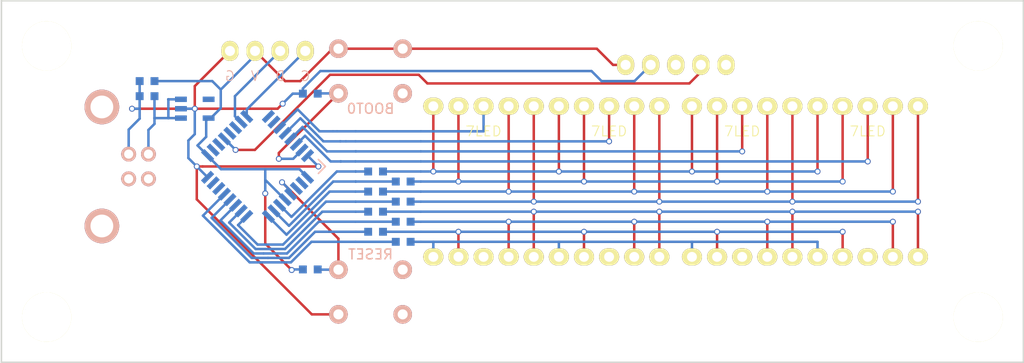
<source format=kicad_pcb>
(kicad_pcb (version 4) (host pcbnew 4.0.7-e2-6376~58~ubuntu16.04.1)

  (general
    (links 0)
    (no_connects 0)
    (area 67.075221 74.958999 142.719001 93.189001)
    (thickness 1.6)
    (drawings 8)
    (tracks 319)
    (zones 0)
    (modules 27)
    (nets 1)
  )

  (page A4)
  (layers
    (0 F.Cu signal)
    (31 B.Cu signal)
    (32 B.Adhes user)
    (33 F.Adhes user)
    (34 B.Paste user)
    (35 F.Paste user)
    (36 B.SilkS user)
    (37 F.SilkS user)
    (38 B.Mask user)
    (39 F.Mask user)
    (40 Dwgs.User user)
    (41 Cmts.User user)
    (42 Eco1.User user)
    (43 Eco2.User user)
    (44 Edge.Cuts user)
    (45 Margin user)
    (46 B.CrtYd user)
    (47 F.CrtYd user)
    (48 B.Fab user)
    (49 F.Fab user)
  )

  (setup
    (last_trace_width 0.25)
    (trace_clearance 0.2)
    (zone_clearance 0.508)
    (zone_45_only no)
    (trace_min 0.2)
    (segment_width 0.2)
    (edge_width 0.15)
    (via_size 0.6)
    (via_drill 0.4)
    (via_min_size 0.4)
    (via_min_drill 0.3)
    (uvia_size 0.3)
    (uvia_drill 0.1)
    (uvias_allowed no)
    (uvia_min_size 0.2)
    (uvia_min_drill 0.1)
    (pcb_text_width 0.3)
    (pcb_text_size 1.5 1.5)
    (mod_edge_width 0.15)
    (mod_text_size 1 1)
    (mod_text_width 0.15)
    (pad_size 1.524 1.524)
    (pad_drill 0.762)
    (pad_to_mask_clearance 0.2)
    (aux_axis_origin 0 0)
    (visible_elements FFFFFF7F)
    (pcbplotparams
      (layerselection 0x00030_80000001)
      (usegerberextensions false)
      (excludeedgelayer true)
      (linewidth 0.100000)
      (plotframeref false)
      (viasonmask false)
      (mode 1)
      (useauxorigin false)
      (hpglpennumber 1)
      (hpglpenspeed 20)
      (hpglpendiameter 15)
      (hpglpenoverlay 2)
      (psnegative false)
      (psa4output false)
      (plotreference true)
      (plotvalue true)
      (plotinvisibletext false)
      (padsonsilk false)
      (subtractmaskfromsilk false)
      (outputformat 1)
      (mirror false)
      (drillshape 1)
      (scaleselection 1)
      (outputdirectory ""))
  )

  (net 0 "")

  (net_class Default "This is the default net class."
    (clearance 0.2)
    (trace_width 0.25)
    (via_dia 0.6)
    (via_drill 0.4)
    (uvia_dia 0.3)
    (uvia_drill 0.1)
  )

  (module 00my_modules:SevenSegmentLed (layer F.Cu) (tedit 0) (tstamp 5AE5DDFC)
    (at 92.202 76.454)
    (descr "seven segment led")
    (tags led)
    (fp_text reference 7LED (at 5.08 2.54) (layer F.SilkS)
      (effects (font (size 1 1) (thickness 0.1)))
    )
    (fp_text value "" (at 10.16 12.7) (layer F.Fab)
      (effects (font (size 0.5 0.5) (thickness 0.01)))
    )
    (fp_line (start -1.27 -1.27) (end -1.27 16.51) (layer F.CrtYd) (width 0.05))
    (fp_line (start 11.43 -1.27) (end 11.43 16.51) (layer F.CrtYd) (width 0.05))
    (fp_line (start -1.27 -1.27) (end 11.43 -1.27) (layer F.CrtYd) (width 0.05))
    (fp_line (start -1.27 16.51) (end 11.43 16.51) (layer F.CrtYd) (width 0.05))
    (pad 10 thru_hole oval (at 0 0) (size 2.032 1.7272) (drill 1) (layers *.Cu *.Mask F.SilkS))
    (pad 9 thru_hole oval (at 2.54 0) (size 2.032 1.7272) (drill 1) (layers *.Cu *.Mask F.SilkS))
    (pad 8 thru_hole oval (at 5.08 0) (size 2.032 1.7272) (drill 1) (layers *.Cu *.Mask F.SilkS))
    (pad 7 thru_hole oval (at 7.62 0) (size 2.032 1.7272) (drill 1) (layers *.Cu *.Mask F.SilkS))
    (pad 6 thru_hole oval (at 10.16 0) (size 2.032 1.7272) (drill 1) (layers *.Cu *.Mask F.SilkS))
    (pad 1 thru_hole oval (at 0 15.24) (size 2.032 1.7272) (drill 1) (layers *.Cu *.Mask F.SilkS))
    (pad 2 thru_hole oval (at 2.54 15.24) (size 2.032 1.7272) (drill 1) (layers *.Cu *.Mask F.SilkS))
    (pad 3 thru_hole oval (at 5.08 15.24) (size 2.032 1.7272) (drill 1) (layers *.Cu *.Mask F.SilkS))
    (pad 4 thru_hole oval (at 7.62 15.24) (size 2.032 1.7272) (drill 1) (layers *.Cu *.Mask F.SilkS))
    (pad 5 thru_hole oval (at 10.16 15.24) (size 2.032 1.7272) (drill 1) (layers *.Cu *.Mask F.SilkS))
  )

  (module 00my_modules:SevenSegmentLed (layer F.Cu) (tedit 0) (tstamp 5AE5DE1F)
    (at 104.902 76.454)
    (descr "seven segment led")
    (tags led)
    (fp_text reference 7LED (at 5.08 2.54) (layer F.SilkS)
      (effects (font (size 1 1) (thickness 0.1)))
    )
    (fp_text value "" (at 10.16 12.7) (layer F.Fab)
      (effects (font (size 0.5 0.5) (thickness 0.01)))
    )
    (fp_line (start -1.27 -1.27) (end -1.27 16.51) (layer F.CrtYd) (width 0.05))
    (fp_line (start 11.43 -1.27) (end 11.43 16.51) (layer F.CrtYd) (width 0.05))
    (fp_line (start -1.27 -1.27) (end 11.43 -1.27) (layer F.CrtYd) (width 0.05))
    (fp_line (start -1.27 16.51) (end 11.43 16.51) (layer F.CrtYd) (width 0.05))
    (pad 10 thru_hole oval (at 0 0) (size 2.032 1.7272) (drill 1) (layers *.Cu *.Mask F.SilkS))
    (pad 9 thru_hole oval (at 2.54 0) (size 2.032 1.7272) (drill 1) (layers *.Cu *.Mask F.SilkS))
    (pad 8 thru_hole oval (at 5.08 0) (size 2.032 1.7272) (drill 1) (layers *.Cu *.Mask F.SilkS))
    (pad 7 thru_hole oval (at 7.62 0) (size 2.032 1.7272) (drill 1) (layers *.Cu *.Mask F.SilkS))
    (pad 6 thru_hole oval (at 10.16 0) (size 2.032 1.7272) (drill 1) (layers *.Cu *.Mask F.SilkS))
    (pad 1 thru_hole oval (at 0 15.24) (size 2.032 1.7272) (drill 1) (layers *.Cu *.Mask F.SilkS))
    (pad 2 thru_hole oval (at 2.54 15.24) (size 2.032 1.7272) (drill 1) (layers *.Cu *.Mask F.SilkS))
    (pad 3 thru_hole oval (at 5.08 15.24) (size 2.032 1.7272) (drill 1) (layers *.Cu *.Mask F.SilkS))
    (pad 4 thru_hole oval (at 7.62 15.24) (size 2.032 1.7272) (drill 1) (layers *.Cu *.Mask F.SilkS))
    (pad 5 thru_hole oval (at 10.16 15.24) (size 2.032 1.7272) (drill 1) (layers *.Cu *.Mask F.SilkS))
  )

  (module 00my_modules:SevenSegmentLed (layer F.Cu) (tedit 0) (tstamp 5AE5DE42)
    (at 118.364 76.454)
    (descr "seven segment led")
    (tags led)
    (fp_text reference 7LED (at 5.08 2.54) (layer F.SilkS)
      (effects (font (size 1 1) (thickness 0.1)))
    )
    (fp_text value "" (at 10.16 12.7) (layer F.Fab)
      (effects (font (size 0.5 0.5) (thickness 0.01)))
    )
    (fp_line (start -1.27 -1.27) (end -1.27 16.51) (layer F.CrtYd) (width 0.05))
    (fp_line (start 11.43 -1.27) (end 11.43 16.51) (layer F.CrtYd) (width 0.05))
    (fp_line (start -1.27 -1.27) (end 11.43 -1.27) (layer F.CrtYd) (width 0.05))
    (fp_line (start -1.27 16.51) (end 11.43 16.51) (layer F.CrtYd) (width 0.05))
    (pad 10 thru_hole oval (at 0 0) (size 2.032 1.7272) (drill 1) (layers *.Cu *.Mask F.SilkS))
    (pad 9 thru_hole oval (at 2.54 0) (size 2.032 1.7272) (drill 1) (layers *.Cu *.Mask F.SilkS))
    (pad 8 thru_hole oval (at 5.08 0) (size 2.032 1.7272) (drill 1) (layers *.Cu *.Mask F.SilkS))
    (pad 7 thru_hole oval (at 7.62 0) (size 2.032 1.7272) (drill 1) (layers *.Cu *.Mask F.SilkS))
    (pad 6 thru_hole oval (at 10.16 0) (size 2.032 1.7272) (drill 1) (layers *.Cu *.Mask F.SilkS))
    (pad 1 thru_hole oval (at 0 15.24) (size 2.032 1.7272) (drill 1) (layers *.Cu *.Mask F.SilkS))
    (pad 2 thru_hole oval (at 2.54 15.24) (size 2.032 1.7272) (drill 1) (layers *.Cu *.Mask F.SilkS))
    (pad 3 thru_hole oval (at 5.08 15.24) (size 2.032 1.7272) (drill 1) (layers *.Cu *.Mask F.SilkS))
    (pad 4 thru_hole oval (at 7.62 15.24) (size 2.032 1.7272) (drill 1) (layers *.Cu *.Mask F.SilkS))
    (pad 5 thru_hole oval (at 10.16 15.24) (size 2.032 1.7272) (drill 1) (layers *.Cu *.Mask F.SilkS))
  )

  (module 00my_modules:SevenSegmentLed (layer F.Cu) (tedit 0) (tstamp 5AE5DE77)
    (at 131.064 76.454)
    (descr "seven segment led")
    (tags led)
    (fp_text reference 7LED (at 5.08 2.54) (layer F.SilkS)
      (effects (font (size 1 1) (thickness 0.1)))
    )
    (fp_text value "" (at 10.16 12.7) (layer F.Fab)
      (effects (font (size 0.5 0.5) (thickness 0.01)))
    )
    (fp_line (start -1.27 -1.27) (end -1.27 16.51) (layer F.CrtYd) (width 0.05))
    (fp_line (start 11.43 -1.27) (end 11.43 16.51) (layer F.CrtYd) (width 0.05))
    (fp_line (start -1.27 -1.27) (end 11.43 -1.27) (layer F.CrtYd) (width 0.05))
    (fp_line (start -1.27 16.51) (end 11.43 16.51) (layer F.CrtYd) (width 0.05))
    (pad 10 thru_hole oval (at 0 0) (size 2.032 1.7272) (drill 1) (layers *.Cu *.Mask F.SilkS))
    (pad 9 thru_hole oval (at 2.54 0) (size 2.032 1.7272) (drill 1) (layers *.Cu *.Mask F.SilkS))
    (pad 8 thru_hole oval (at 5.08 0) (size 2.032 1.7272) (drill 1) (layers *.Cu *.Mask F.SilkS))
    (pad 7 thru_hole oval (at 7.62 0) (size 2.032 1.7272) (drill 1) (layers *.Cu *.Mask F.SilkS))
    (pad 6 thru_hole oval (at 10.16 0) (size 2.032 1.7272) (drill 1) (layers *.Cu *.Mask F.SilkS))
    (pad 1 thru_hole oval (at 0 15.24) (size 2.032 1.7272) (drill 1) (layers *.Cu *.Mask F.SilkS))
    (pad 2 thru_hole oval (at 2.54 15.24) (size 2.032 1.7272) (drill 1) (layers *.Cu *.Mask F.SilkS))
    (pad 3 thru_hole oval (at 5.08 15.24) (size 2.032 1.7272) (drill 1) (layers *.Cu *.Mask F.SilkS))
    (pad 4 thru_hole oval (at 7.62 15.24) (size 2.032 1.7272) (drill 1) (layers *.Cu *.Mask F.SilkS))
    (pad 5 thru_hole oval (at 10.16 15.24) (size 2.032 1.7272) (drill 1) (layers *.Cu *.Mask F.SilkS))
  )

  (module 00my_modules:R_0603 (layer B.Cu) (tedit 5415CC62) (tstamp 5AE5DF6D)
    (at 89.154 90.17)
    (descr R0603)
    (tags "resistor capacitor led 0603")
    (attr smd)
    (fp_text reference "" (at 0 0) (layer B.SilkS)
      (effects (font (size 0.5 0.5) (thickness 0.1)) (justify mirror))
    )
    (fp_text value R (at 0 0) (layer B.Fab)
      (effects (font (size 0.5 0.5) (thickness 0.01)) (justify mirror))
    )
    (fp_line (start -1.2 0.45) (end 1.2 0.45) (layer B.CrtYd) (width 0.01))
    (fp_line (start -1.2 -0.45) (end 1.2 -0.45) (layer B.CrtYd) (width 0.01))
    (fp_line (start -1.2 0.45) (end -1.2 -0.45) (layer B.CrtYd) (width 0.01))
    (fp_line (start 1.2 0.45) (end 1.2 -0.45) (layer B.CrtYd) (width 0.01))
    (pad 1 smd rect (at -0.75 0) (size 0.8 0.8) (layers B.Cu B.Paste B.Mask))
    (pad 2 smd rect (at 0.75 0) (size 0.8 0.8) (layers B.Cu B.Paste B.Mask))
  )

  (module 00my_modules:R_0603 (layer B.Cu) (tedit 5415CC62) (tstamp 5AE5DF80)
    (at 86.36 89.154)
    (descr R0603)
    (tags "resistor capacitor led 0603")
    (attr smd)
    (fp_text reference "" (at 0 0) (layer B.SilkS)
      (effects (font (size 0.5 0.5) (thickness 0.1)) (justify mirror))
    )
    (fp_text value R (at 0 0) (layer B.Fab)
      (effects (font (size 0.5 0.5) (thickness 0.01)) (justify mirror))
    )
    (fp_line (start -1.2 0.45) (end 1.2 0.45) (layer B.CrtYd) (width 0.01))
    (fp_line (start -1.2 -0.45) (end 1.2 -0.45) (layer B.CrtYd) (width 0.01))
    (fp_line (start -1.2 0.45) (end -1.2 -0.45) (layer B.CrtYd) (width 0.01))
    (fp_line (start 1.2 0.45) (end 1.2 -0.45) (layer B.CrtYd) (width 0.01))
    (pad 1 smd rect (at -0.75 0) (size 0.8 0.8) (layers B.Cu B.Paste B.Mask))
    (pad 2 smd rect (at 0.75 0) (size 0.8 0.8) (layers B.Cu B.Paste B.Mask))
  )

  (module 00my_modules:R_0603 (layer B.Cu) (tedit 5415CC62) (tstamp 5AE5DF93)
    (at 89.154 88.138)
    (descr R0603)
    (tags "resistor capacitor led 0603")
    (attr smd)
    (fp_text reference "" (at 0 0) (layer B.SilkS)
      (effects (font (size 0.5 0.5) (thickness 0.1)) (justify mirror))
    )
    (fp_text value R (at 0 0) (layer B.Fab)
      (effects (font (size 0.5 0.5) (thickness 0.01)) (justify mirror))
    )
    (fp_line (start -1.2 0.45) (end 1.2 0.45) (layer B.CrtYd) (width 0.01))
    (fp_line (start -1.2 -0.45) (end 1.2 -0.45) (layer B.CrtYd) (width 0.01))
    (fp_line (start -1.2 0.45) (end -1.2 -0.45) (layer B.CrtYd) (width 0.01))
    (fp_line (start 1.2 0.45) (end 1.2 -0.45) (layer B.CrtYd) (width 0.01))
    (pad 1 smd rect (at -0.75 0) (size 0.8 0.8) (layers B.Cu B.Paste B.Mask))
    (pad 2 smd rect (at 0.75 0) (size 0.8 0.8) (layers B.Cu B.Paste B.Mask))
  )

  (module 00my_modules:R_0603 (layer B.Cu) (tedit 5415CC62) (tstamp 5AE5DFA6)
    (at 86.36 87.122)
    (descr R0603)
    (tags "resistor capacitor led 0603")
    (attr smd)
    (fp_text reference "" (at 0 0) (layer B.SilkS)
      (effects (font (size 0.5 0.5) (thickness 0.1)) (justify mirror))
    )
    (fp_text value R (at 0 0) (layer B.Fab)
      (effects (font (size 0.5 0.5) (thickness 0.01)) (justify mirror))
    )
    (fp_line (start -1.2 0.45) (end 1.2 0.45) (layer B.CrtYd) (width 0.01))
    (fp_line (start -1.2 -0.45) (end 1.2 -0.45) (layer B.CrtYd) (width 0.01))
    (fp_line (start -1.2 0.45) (end -1.2 -0.45) (layer B.CrtYd) (width 0.01))
    (fp_line (start 1.2 0.45) (end 1.2 -0.45) (layer B.CrtYd) (width 0.01))
    (pad 1 smd rect (at -0.75 0) (size 0.8 0.8) (layers B.Cu B.Paste B.Mask))
    (pad 2 smd rect (at 0.75 0) (size 0.8 0.8) (layers B.Cu B.Paste B.Mask))
  )

  (module 00my_modules:R_0603 (layer B.Cu) (tedit 5415CC62) (tstamp 5AE5DFB9)
    (at 89.154 86.106)
    (descr R0603)
    (tags "resistor capacitor led 0603")
    (attr smd)
    (fp_text reference "" (at 0 0) (layer B.SilkS)
      (effects (font (size 0.5 0.5) (thickness 0.1)) (justify mirror))
    )
    (fp_text value R (at 0 0) (layer B.Fab)
      (effects (font (size 0.5 0.5) (thickness 0.01)) (justify mirror))
    )
    (fp_line (start -1.2 0.45) (end 1.2 0.45) (layer B.CrtYd) (width 0.01))
    (fp_line (start -1.2 -0.45) (end 1.2 -0.45) (layer B.CrtYd) (width 0.01))
    (fp_line (start -1.2 0.45) (end -1.2 -0.45) (layer B.CrtYd) (width 0.01))
    (fp_line (start 1.2 0.45) (end 1.2 -0.45) (layer B.CrtYd) (width 0.01))
    (pad 1 smd rect (at -0.75 0) (size 0.8 0.8) (layers B.Cu B.Paste B.Mask))
    (pad 2 smd rect (at 0.75 0) (size 0.8 0.8) (layers B.Cu B.Paste B.Mask))
  )

  (module 00my_modules:R_0603 (layer B.Cu) (tedit 5415CC62) (tstamp 5AE5DFCC)
    (at 86.36 85.09)
    (descr R0603)
    (tags "resistor capacitor led 0603")
    (attr smd)
    (fp_text reference "" (at 0 0) (layer B.SilkS)
      (effects (font (size 0.5 0.5) (thickness 0.1)) (justify mirror))
    )
    (fp_text value R (at 0 0) (layer B.Fab)
      (effects (font (size 0.5 0.5) (thickness 0.01)) (justify mirror))
    )
    (fp_line (start -1.2 0.45) (end 1.2 0.45) (layer B.CrtYd) (width 0.01))
    (fp_line (start -1.2 -0.45) (end 1.2 -0.45) (layer B.CrtYd) (width 0.01))
    (fp_line (start -1.2 0.45) (end -1.2 -0.45) (layer B.CrtYd) (width 0.01))
    (fp_line (start 1.2 0.45) (end 1.2 -0.45) (layer B.CrtYd) (width 0.01))
    (pad 1 smd rect (at -0.75 0) (size 0.8 0.8) (layers B.Cu B.Paste B.Mask))
    (pad 2 smd rect (at 0.75 0) (size 0.8 0.8) (layers B.Cu B.Paste B.Mask))
  )

  (module 00my_modules:R_0603 (layer B.Cu) (tedit 5415CC62) (tstamp 5AE5DFDF)
    (at 89.154 84.074)
    (descr R0603)
    (tags "resistor capacitor led 0603")
    (attr smd)
    (fp_text reference "" (at 0 0) (layer B.SilkS)
      (effects (font (size 0.5 0.5) (thickness 0.1)) (justify mirror))
    )
    (fp_text value R (at 0 0) (layer B.Fab)
      (effects (font (size 0.5 0.5) (thickness 0.01)) (justify mirror))
    )
    (fp_line (start -1.2 0.45) (end 1.2 0.45) (layer B.CrtYd) (width 0.01))
    (fp_line (start -1.2 -0.45) (end 1.2 -0.45) (layer B.CrtYd) (width 0.01))
    (fp_line (start -1.2 0.45) (end -1.2 -0.45) (layer B.CrtYd) (width 0.01))
    (fp_line (start 1.2 0.45) (end 1.2 -0.45) (layer B.CrtYd) (width 0.01))
    (pad 1 smd rect (at -0.75 0) (size 0.8 0.8) (layers B.Cu B.Paste B.Mask))
    (pad 2 smd rect (at 0.75 0) (size 0.8 0.8) (layers B.Cu B.Paste B.Mask))
  )

  (module 00my_modules:R_0603 (layer B.Cu) (tedit 5415CC62) (tstamp 5AE5DFF3)
    (at 86.36 83.058)
    (descr R0603)
    (tags "resistor capacitor led 0603")
    (attr smd)
    (fp_text reference "" (at 0 0) (layer B.SilkS)
      (effects (font (size 0.5 0.5) (thickness 0.1)) (justify mirror))
    )
    (fp_text value R (at 0 0) (layer B.Fab)
      (effects (font (size 0.5 0.5) (thickness 0.01)) (justify mirror))
    )
    (fp_line (start -1.2 0.45) (end 1.2 0.45) (layer B.CrtYd) (width 0.01))
    (fp_line (start -1.2 -0.45) (end 1.2 -0.45) (layer B.CrtYd) (width 0.01))
    (fp_line (start -1.2 0.45) (end -1.2 -0.45) (layer B.CrtYd) (width 0.01))
    (fp_line (start 1.2 0.45) (end 1.2 -0.45) (layer B.CrtYd) (width 0.01))
    (pad 1 smd rect (at -0.75 0) (size 0.8 0.8) (layers B.Cu B.Paste B.Mask))
    (pad 2 smd rect (at 0.75 0) (size 0.8 0.8) (layers B.Cu B.Paste B.Mask))
  )

  (module my_modules:STM32_LQFP32 (layer B.Cu) (tedit 54130A77) (tstamp 5AE65C8D)
    (at 74.422 82.55 135)
    (descr LQFP-32)
    (tags "smd lqfp")
    (attr smd)
    (fp_text reference "" (at 0 4.3 135) (layer B.SilkS)
      (effects (font (size 1 1) (thickness 0.15)) (justify mirror))
    )
    (fp_text value "" (at -1.5 3 135) (layer B.Fab)
      (effects (font (size 0.5 0.5) (thickness 0.01)) (justify mirror))
    )
    (fp_text user LQFP32 (at 0 0 135) (layer B.Fab)
      (effects (font (size 0.8 0.8) (thickness 0.1)) (justify mirror))
    )
    (fp_line (start -5.05 5.05) (end 5.05 5.05) (layer B.CrtYd) (width 0.01))
    (fp_line (start 5.05 5.05) (end 5.05 -5.05) (layer B.CrtYd) (width 0.01))
    (fp_line (start 5.05 -5.05) (end -5.05 -5.05) (layer B.CrtYd) (width 0.01))
    (fp_line (start -5.05 -5.05) (end -5.05 5.05) (layer B.CrtYd) (width 0.01))
    (fp_line (start -4.85 4.85) (end -4.85 3.85) (layer B.SilkS) (width 0.15))
    (fp_line (start -4.85 4.85) (end -3.85 4.85) (layer B.SilkS) (width 0.15))
    (fp_line (start -3.65 3.65) (end 3.65 3.65) (layer B.Fab) (width 0.01))
    (fp_line (start 3.65 3.65) (end 3.65 -3.65) (layer B.Fab) (width 0.01))
    (fp_line (start 3.65 -3.65) (end -3.65 -3.65) (layer B.Fab) (width 0.01))
    (fp_line (start -3.65 -3.65) (end -3.65 3.65) (layer B.Fab) (width 0.01))
    (pad 3.3 smd rect (at -4.35 2.8 135) (size 1.4 0.5) (layers B.Cu B.Paste B.Mask))
    (pad PF0 smd rect (at -4.35 2 135) (size 1.4 0.5) (layers B.Cu B.Paste B.Mask))
    (pad PF1 smd rect (at -4.35 1.2 135) (size 1.4 0.5) (layers B.Cu B.Paste B.Mask))
    (pad RST smd rect (at -4.35 0.4 135) (size 1.4 0.5) (layers B.Cu B.Paste B.Mask))
    (pad 3.3 smd rect (at -4.35 -0.4 135) (size 1.4 0.5) (layers B.Cu B.Paste B.Mask))
    (pad PA0 smd rect (at -4.35 -1.2 135) (size 1.4 0.5) (layers B.Cu B.Paste B.Mask))
    (pad PA1 smd rect (at -4.35 -2 135) (size 1.4 0.5) (layers B.Cu B.Paste B.Mask))
    (pad PA2 smd rect (at -4.35 -2.8 135) (size 1.4 0.5) (layers B.Cu B.Paste B.Mask))
    (pad PA3 smd rect (at -2.8 -4.35 45) (size 1.4 0.5) (layers B.Cu B.Paste B.Mask))
    (pad PA4 smd rect (at -2 -4.35 45) (size 1.4 0.5) (layers B.Cu B.Paste B.Mask))
    (pad PA5 smd rect (at -1.2 -4.35 45) (size 1.4 0.5) (layers B.Cu B.Paste B.Mask))
    (pad PA6 smd rect (at -0.4 -4.35 45) (size 1.4 0.5) (layers B.Cu B.Paste B.Mask))
    (pad PA7 smd rect (at 0.4 -4.35 45) (size 1.4 0.5) (layers B.Cu B.Paste B.Mask))
    (pad PB0 smd rect (at 1.2 -4.35 45) (size 1.4 0.5) (layers B.Cu B.Paste B.Mask))
    (pad PB1 smd rect (at 2 -4.35 45) (size 1.4 0.5) (layers B.Cu B.Paste B.Mask))
    (pad GND smd rect (at 2.8 -4.35 45) (size 1.4 0.5) (layers B.Cu B.Paste B.Mask))
    (pad PA14 smd rect (at 4.35 2.8 135) (size 1.4 0.5) (layers B.Cu B.Paste B.Mask))
    (pad PA13 smd rect (at 4.35 2 135) (size 1.4 0.5) (layers B.Cu B.Paste B.Mask))
    (pad PA12 smd rect (at 4.35 1.2 135) (size 1.4 0.5) (layers B.Cu B.Paste B.Mask))
    (pad PA11 smd rect (at 4.35 0.4 135) (size 1.4 0.5) (layers B.Cu B.Paste B.Mask))
    (pad PA10 smd rect (at 4.35 -0.4 135) (size 1.4 0.5) (layers B.Cu B.Paste B.Mask))
    (pad PA9 smd rect (at 4.35 -1.2 135) (size 1.4 0.5) (layers B.Cu B.Paste B.Mask))
    (pad PA8 smd rect (at 4.35 -2 135) (size 1.4 0.5) (layers B.Cu B.Paste B.Mask))
    (pad 3.3 smd rect (at 4.35 -2.8 135) (size 1.4 0.5) (layers B.Cu B.Paste B.Mask))
    (pad GND smd rect (at -2.8 4.35 45) (size 1.4 0.5) (layers B.Cu B.Paste B.Mask))
    (pad BOOT smd rect (at -2 4.35 45) (size 1.4 0.5) (layers B.Cu B.Paste B.Mask))
    (pad PB7 smd rect (at -1.2 4.35 45) (size 1.4 0.5) (layers B.Cu B.Paste B.Mask))
    (pad PB6 smd rect (at -0.4 4.35 45) (size 1.4 0.5) (layers B.Cu B.Paste B.Mask))
    (pad PB5 smd rect (at 0.4 4.35 45) (size 1.4 0.5) (layers B.Cu B.Paste B.Mask))
    (pad PB4 smd rect (at 1.2 4.35 45) (size 1.4 0.5) (layers B.Cu B.Paste B.Mask))
    (pad PB3 smd rect (at 2 4.35 45) (size 1.4 0.5) (layers B.Cu B.Paste B.Mask))
    (pad PA15 smd rect (at 2.8 4.35 45) (size 1.4 0.5) (layers B.Cu B.Paste B.Mask))
  )

  (module 00my_modules:gps (layer F.Cu) (tedit 0) (tstamp 5AE90402)
    (at 111.65 72.275 90)
    (descr "Through hole pin header")
    (tags "pin header")
    (fp_text reference "" (at 0 -2.4 90) (layer F.SilkS)
      (effects (font (size 0.5 0.5) (thickness 0.01)))
    )
    (fp_text value "" (at 0 -3.1 90) (layer F.Fab)
      (effects (font (size 0.5 0.5) (thickness 0.01)))
    )
    (fp_line (start -1.75 -1.75) (end -1.75 11.91) (layer F.CrtYd) (width 0.05))
    (fp_line (start 1.75 -1.75) (end 1.75 11.91) (layer F.CrtYd) (width 0.05))
    (fp_line (start -1.75 -1.75) (end 1.75 -1.75) (layer F.CrtYd) (width 0.05))
    (fp_line (start -1.75 11.91) (end 1.75 11.91) (layer F.CrtYd) (width 0.05))
    (pad V thru_hole oval (at 0 0 90) (size 2.032 1.7272) (drill 1.016) (layers *.Cu *.Mask F.SilkS))
    (pad G thru_hole oval (at 0 2.54 90) (size 2.032 1.7272) (drill 1.016) (layers *.Cu *.Mask F.SilkS))
    (pad R thru_hole oval (at 0 5.08 90) (size 2.032 1.7272) (drill 1.016) (layers *.Cu *.Mask F.SilkS))
    (pad T thru_hole oval (at 0 7.62 90) (size 2.032 1.7272) (drill 1.016) (layers *.Cu *.Mask F.SilkS))
    (pad P thru_hole oval (at 0 10.16 90) (size 2.032 1.7272) (drill 1.016) (layers *.Cu *.Mask F.SilkS))
  )

  (module 00my_modules:UE27-BC54-130 (layer B.Cu) (tedit 0) (tstamp 5AE906C5)
    (at 58.674 82.55 90)
    (descr UE27-BC54-130)
    (tags usb)
    (fp_text reference "" (at 0 1 90) (layer B.SilkS)
      (effects (font (size 0.5 0.5) (thickness 0.01)) (justify mirror))
    )
    (fp_text value "" (at 0 -1 90) (layer B.Fab)
      (effects (font (size 0.5 0.5) (thickness 0.01)) (justify mirror))
    )
    (fp_text user USB (at 0 0 90) (layer B.Fab)
      (effects (font (size 1 1) (thickness 0.15)) (justify mirror))
    )
    (fp_line (start -6.02 -10.28) (end -6.02 6.22) (layer B.CrtYd) (width 0.05))
    (fp_line (start 6.02 -10.28) (end 6.02 6.22) (layer B.CrtYd) (width 0.05))
    (fp_line (start -6.02 6.22) (end 6.02 6.22) (layer B.CrtYd) (width 0.05))
    (fp_line (start -6.02 -10.28) (end 6.02 -10.28) (layer B.CrtYd) (width 0.05))
    (pad V thru_hole circle (at 1.25 4.71 90) (size 1.5 1.5) (drill 0.92) (layers *.Cu *.Mask B.SilkS))
    (pad - thru_hole circle (at -1.25 4.71 90) (size 1.5 1.5) (drill 0.92) (layers *.Cu *.Mask B.SilkS))
    (pad + thru_hole circle (at -1.25 2.71 90) (size 1.5 1.5) (drill 0.92) (layers *.Cu *.Mask B.SilkS))
    (pad G thru_hole circle (at 1.25 2.71 90) (size 1.5 1.5) (drill 0.92) (layers *.Cu *.Mask B.SilkS))
    (pad X thru_hole circle (at 6.02 0 90) (size 3.5 3.5) (drill 2.3) (layers *.Cu *.Mask B.SilkS))
    (pad X thru_hole circle (at -6.02 0 90) (size 3.5 3.5) (drill 2.3) (layers *.Cu *.Mask B.SilkS))
  )

  (module 00my_modules:BUTTON4 (layer B.Cu) (tedit 5AE90715) (tstamp 5AE90939)
    (at 85.852 95.25 180)
    (descr button4)
    (tags "SPST button tactile switch")
    (fp_text reference RESET (at 0 3.81 180) (layer B.SilkS)
      (effects (font (size 1 1) (thickness 0.15)) (justify mirror))
    )
    (fp_text value "" (at 0 -3.81 180) (layer B.Fab)
      (effects (font (size 1 1) (thickness 0.15)) (justify mirror))
    )
    (fp_line (start -2.54 -1.27) (end -2.54 -0.508) (layer B.Fab) (width 0.2032))
    (fp_line (start -2.54 0.508) (end -2.54 1.27) (layer B.Fab) (width 0.2032))
    (fp_line (start -2.54 -0.508) (end -2.159 0.381) (layer B.Fab) (width 0.2032))
    (fp_line (start 2.54 -1.27) (end 2.54 -0.508) (layer B.Fab) (width 0.2032))
    (fp_line (start 2.54 0.508) (end 2.54 1.27) (layer B.Fab) (width 0.2032))
    (fp_line (start 2.54 -0.508) (end 2.159 0.381) (layer B.Fab) (width 0.2032))
    (fp_line (start -3.048 3.048) (end -3.048 -3.048) (layer B.Fab) (width 0.2032))
    (fp_line (start 3.048 3.048) (end 3.048 -3.048) (layer B.Fab) (width 0.2032))
    (fp_line (start -3.048 3.048) (end 3.048 3.048) (layer B.Fab) (width 0.2032))
    (fp_line (start -3.048 -3.048) (end 3.048 -3.048) (layer B.Fab) (width 0.2032))
    (pad 1 thru_hole circle (at -3.2512 -2.2606 180) (size 1.8796 1.8796) (drill 1.016) (layers *.Cu *.Mask B.SilkS))
    (pad 2 thru_hole circle (at 3.2512 -2.2606 180) (size 1.8796 1.8796) (drill 1.016) (layers *.Cu *.Mask B.SilkS))
    (pad 3 thru_hole circle (at -3.2512 2.2606 180) (size 1.8796 1.8796) (drill 1.016) (layers *.Cu *.Mask B.SilkS))
    (pad 4 thru_hole circle (at 3.2512 2.2606 180) (size 1.8796 1.8796) (drill 1.016) (layers *.Cu *.Mask B.SilkS))
  )

  (module 00my_modules:BUTTON4 (layer B.Cu) (tedit 5AE90725) (tstamp 5AE9096E)
    (at 85.852 72.898)
    (descr button4)
    (tags "SPST button tactile switch")
    (fp_text reference BOOT0 (at 0 3.81) (layer B.SilkS)
      (effects (font (size 1 1) (thickness 0.15)) (justify mirror))
    )
    (fp_text value "" (at 0 -3.81) (layer B.Fab)
      (effects (font (size 1 1) (thickness 0.15)) (justify mirror))
    )
    (fp_line (start -2.54 -1.27) (end -2.54 -0.508) (layer B.Fab) (width 0.2032))
    (fp_line (start -2.54 0.508) (end -2.54 1.27) (layer B.Fab) (width 0.2032))
    (fp_line (start -2.54 -0.508) (end -2.159 0.381) (layer B.Fab) (width 0.2032))
    (fp_line (start 2.54 -1.27) (end 2.54 -0.508) (layer B.Fab) (width 0.2032))
    (fp_line (start 2.54 0.508) (end 2.54 1.27) (layer B.Fab) (width 0.2032))
    (fp_line (start 2.54 -0.508) (end 2.159 0.381) (layer B.Fab) (width 0.2032))
    (fp_line (start -3.048 3.048) (end -3.048 -3.048) (layer B.Fab) (width 0.2032))
    (fp_line (start 3.048 3.048) (end 3.048 -3.048) (layer B.Fab) (width 0.2032))
    (fp_line (start -3.048 3.048) (end 3.048 3.048) (layer B.Fab) (width 0.2032))
    (fp_line (start -3.048 -3.048) (end 3.048 -3.048) (layer B.Fab) (width 0.2032))
    (pad 1 thru_hole circle (at -3.2512 -2.2606) (size 1.8796 1.8796) (drill 1.016) (layers *.Cu *.Mask B.SilkS))
    (pad 2 thru_hole circle (at 3.2512 -2.2606) (size 1.8796 1.8796) (drill 1.016) (layers *.Cu *.Mask B.SilkS))
    (pad 3 thru_hole circle (at -3.2512 2.2606) (size 1.8796 1.8796) (drill 1.016) (layers *.Cu *.Mask B.SilkS))
    (pad 4 thru_hole circle (at 3.2512 2.2606) (size 1.8796 1.8796) (drill 1.016) (layers *.Cu *.Mask B.SilkS))
  )

  (module 00my_modules:AP2112 (layer B.Cu) (tedit 58CE4E80) (tstamp 5AE90C38)
    (at 68.072 76.708)
    (descr SOT25)
    (tags SOT25)
    (attr smd)
    (fp_text reference "" (at 0 2.5) (layer B.SilkS)
      (effects (font (size 1 1) (thickness 0.15)) (justify mirror))
    )
    (fp_text value "" (at 0 -2.05) (layer B.Fab)
      (effects (font (size 0.5 0.5) (thickness 0.01)) (justify mirror))
    )
    (fp_text user SOT25 (at 0 0 270) (layer B.Fab)
      (effects (font (size 0.5 0.5) (thickness 0.01)) (justify mirror))
    )
    (fp_line (start -0.8 1.5) (end 0.8 1.5) (layer B.Fab) (width 0.01))
    (fp_line (start -0.8 -1.5) (end 0.8 -1.5) (layer B.Fab) (width 0.01))
    (fp_line (start -0.8 1.5) (end -0.8 -1.5) (layer B.Fab) (width 0.01))
    (fp_line (start 0.8 1.5) (end 0.8 -1.5) (layer B.Fab) (width 0.01))
    (fp_line (start -0.8 1.5) (end -0.8 -1.5) (layer B.Fab) (width 0.01))
    (fp_line (start 0.8 1.5) (end 0.8 -1.5) (layer B.Fab) (width 0.01))
    (fp_line (start -2.3 1.7) (end 2.3 1.7) (layer B.CrtYd) (width 0.01))
    (fp_line (start -2.3 1.7) (end -2.3 -1.7) (layer B.CrtYd) (width 0.01))
    (fp_line (start 2.3 -1.7) (end 2.3 1.7) (layer B.CrtYd) (width 0.01))
    (fp_line (start 2.3 -1.7) (end -2.3 -1.7) (layer B.CrtYd) (width 0.01))
    (pad VIN smd rect (at -1.4 0.95) (size 1.2 0.55) (layers B.Cu B.Paste B.Mask))
    (pad GND smd rect (at -1.4 0) (size 1.2 0.55) (layers B.Cu B.Paste B.Mask))
    (pad EN smd rect (at -1.4 -0.95) (size 1.2 0.55) (layers B.Cu B.Paste B.Mask))
    (pad NC smd rect (at 1.4 -0.95) (size 1.2 0.55) (layers B.Cu B.Paste B.Mask))
    (pad VOUT smd rect (at 1.4 0.95) (size 1.2 0.55) (layers B.Cu B.Paste B.Mask))
  )

  (module 00my_modules:R_0603 (layer B.Cu) (tedit 5AE90DD5) (tstamp 5AE90ECE)
    (at 63.246 75.438)
    (descr R0603)
    (tags "resistor capacitor led 0603")
    (attr smd)
    (fp_text reference "" (at 0 0) (layer B.SilkS)
      (effects (font (size 0.5 0.5) (thickness 0.1)) (justify mirror))
    )
    (fp_text value C (at 0 0) (layer B.Fab)
      (effects (font (size 0.5 0.5) (thickness 0.01)) (justify mirror))
    )
    (fp_line (start -1.2 0.45) (end 1.2 0.45) (layer B.CrtYd) (width 0.01))
    (fp_line (start -1.2 -0.45) (end 1.2 -0.45) (layer B.CrtYd) (width 0.01))
    (fp_line (start -1.2 0.45) (end -1.2 -0.45) (layer B.CrtYd) (width 0.01))
    (fp_line (start 1.2 0.45) (end 1.2 -0.45) (layer B.CrtYd) (width 0.01))
    (pad 1 smd rect (at -0.75 0) (size 0.8 0.8) (layers B.Cu B.Paste B.Mask))
    (pad 2 smd rect (at 0.75 0) (size 0.8 0.8) (layers B.Cu B.Paste B.Mask))
  )

  (module 00my_modules:R_0603 (layer B.Cu) (tedit 5AE90DCB) (tstamp 5AE90EE2)
    (at 63.246 73.914)
    (descr R0603)
    (tags "resistor capacitor led 0603")
    (attr smd)
    (fp_text reference "" (at 0 0) (layer B.SilkS)
      (effects (font (size 0.5 0.5) (thickness 0.1)) (justify mirror))
    )
    (fp_text value C (at 0 0) (layer B.Fab)
      (effects (font (size 0.5 0.5) (thickness 0.01)) (justify mirror))
    )
    (fp_line (start -1.2 0.45) (end 1.2 0.45) (layer B.CrtYd) (width 0.01))
    (fp_line (start -1.2 -0.45) (end 1.2 -0.45) (layer B.CrtYd) (width 0.01))
    (fp_line (start -1.2 0.45) (end -1.2 -0.45) (layer B.CrtYd) (width 0.01))
    (fp_line (start 1.2 0.45) (end 1.2 -0.45) (layer B.CrtYd) (width 0.01))
    (pad 1 smd rect (at -0.75 0) (size 0.8 0.8) (layers B.Cu B.Paste B.Mask))
    (pad 2 smd rect (at 0.75 0) (size 0.8 0.8) (layers B.Cu B.Paste B.Mask))
  )

  (module 00my_modules:R_0603 (layer B.Cu) (tedit 5415CC62) (tstamp 5AE91005)
    (at 79.756 92.964)
    (descr R0603)
    (tags "resistor capacitor led 0603")
    (attr smd)
    (fp_text reference "" (at 0 0) (layer B.SilkS)
      (effects (font (size 0.5 0.5) (thickness 0.1)) (justify mirror))
    )
    (fp_text value R (at 0 0) (layer B.Fab)
      (effects (font (size 0.5 0.5) (thickness 0.01)) (justify mirror))
    )
    (fp_line (start -1.2 0.45) (end 1.2 0.45) (layer B.CrtYd) (width 0.01))
    (fp_line (start -1.2 -0.45) (end 1.2 -0.45) (layer B.CrtYd) (width 0.01))
    (fp_line (start -1.2 0.45) (end -1.2 -0.45) (layer B.CrtYd) (width 0.01))
    (fp_line (start 1.2 0.45) (end 1.2 -0.45) (layer B.CrtYd) (width 0.01))
    (pad 1 smd rect (at -0.75 0) (size 0.8 0.8) (layers B.Cu B.Paste B.Mask))
    (pad 2 smd rect (at 0.75 0) (size 0.8 0.8) (layers B.Cu B.Paste B.Mask))
  )

  (module 00my_modules:Pin_Header_Straight_1x04 (layer F.Cu) (tedit 0) (tstamp 5AE912C6)
    (at 71.628 70.866 90)
    (descr "Through hole pin header")
    (tags "pin header")
    (fp_text reference "" (at 0 -2.4 90) (layer F.SilkS)
      (effects (font (size 0.5 0.5) (thickness 0.01)))
    )
    (fp_text value "" (at 0 -3.1 90) (layer F.Fab)
      (effects (font (size 0.5 0.5) (thickness 0.01)))
    )
    (fp_line (start -1.75 -1.75) (end -1.75 9.37) (layer F.CrtYd) (width 0.05))
    (fp_line (start 1.75 -1.75) (end 1.75 9.37) (layer F.CrtYd) (width 0.05))
    (fp_line (start -1.75 -1.75) (end 1.75 -1.75) (layer F.CrtYd) (width 0.05))
    (fp_line (start -1.75 9.37) (end 1.75 9.37) (layer F.CrtYd) (width 0.05))
    (pad 1 thru_hole oval (at 0 0 90) (size 2.032 1.7272) (drill 1.016) (layers *.Cu *.Mask F.SilkS))
    (pad 2 thru_hole oval (at 0 2.54 90) (size 2.032 1.7272) (drill 1.016) (layers *.Cu *.Mask F.SilkS))
    (pad 3 thru_hole oval (at 0 5.08 90) (size 2.032 1.7272) (drill 1.016) (layers *.Cu *.Mask F.SilkS))
    (pad 4 thru_hole oval (at 0 7.62 90) (size 2.032 1.7272) (drill 1.016) (layers *.Cu *.Mask F.SilkS))
  )

  (module 00my_modules:R_0603 (layer B.Cu) (tedit 5415CC62) (tstamp 5AE91303)
    (at 79.756 75.184)
    (descr R0603)
    (tags "resistor capacitor led 0603")
    (attr smd)
    (fp_text reference "" (at 0 0) (layer B.SilkS)
      (effects (font (size 0.5 0.5) (thickness 0.1)) (justify mirror))
    )
    (fp_text value R (at 0 0) (layer B.Fab)
      (effects (font (size 0.5 0.5) (thickness 0.01)) (justify mirror))
    )
    (fp_line (start -1.2 0.45) (end 1.2 0.45) (layer B.CrtYd) (width 0.01))
    (fp_line (start -1.2 -0.45) (end 1.2 -0.45) (layer B.CrtYd) (width 0.01))
    (fp_line (start -1.2 0.45) (end -1.2 -0.45) (layer B.CrtYd) (width 0.01))
    (fp_line (start 1.2 0.45) (end 1.2 -0.45) (layer B.CrtYd) (width 0.01))
    (pad 1 smd rect (at -0.75 0) (size 0.8 0.8) (layers B.Cu B.Paste B.Mask))
    (pad 2 smd rect (at 0.75 0) (size 0.8 0.8) (layers B.Cu B.Paste B.Mask))
  )

  (module 00my_modules:Hole0 (layer F.Cu) (tedit 0) (tstamp 5AE915C6)
    (at 147.32 70.358)
    (descr hole0)
    (tags hole)
    (fp_text reference "" (at 0 0) (layer F.SilkS)
      (effects (font (size 0.5 0.5) (thickness 0.01)))
    )
    (fp_text value "" (at 0 0) (layer F.Fab)
      (effects (font (size 0.5 0.5) (thickness 0.01)))
    )
    (pad "" np_thru_hole circle (at 0 0) (size 5 5) (drill 5) (layers *.Cu *.Mask F.SilkS))
  )

  (module 00my_modules:Hole0 (layer F.Cu) (tedit 0) (tstamp 5AE915CF)
    (at 147.32 97.79)
    (descr hole0)
    (tags hole)
    (fp_text reference "" (at 0 0) (layer F.SilkS)
      (effects (font (size 0.5 0.5) (thickness 0.01)))
    )
    (fp_text value "" (at 0 0) (layer F.Fab)
      (effects (font (size 0.5 0.5) (thickness 0.01)))
    )
    (pad "" np_thru_hole circle (at 0 0) (size 5 5) (drill 5) (layers *.Cu *.Mask F.SilkS))
  )

  (module 00my_modules:Hole0 (layer F.Cu) (tedit 0) (tstamp 5AE915D8)
    (at 53.086 70.358)
    (descr hole0)
    (tags hole)
    (fp_text reference "" (at 0 0) (layer F.SilkS)
      (effects (font (size 0.5 0.5) (thickness 0.01)))
    )
    (fp_text value "" (at 0 0) (layer F.Fab)
      (effects (font (size 0.5 0.5) (thickness 0.01)))
    )
    (pad "" np_thru_hole circle (at 0 0) (size 5 5) (drill 5) (layers *.Cu *.Mask F.SilkS))
  )

  (module 00my_modules:Hole0 (layer F.Cu) (tedit 0) (tstamp 5AE915E1)
    (at 53.086 97.79)
    (descr hole0)
    (tags hole)
    (fp_text reference "" (at 0 0) (layer F.SilkS)
      (effects (font (size 0.5 0.5) (thickness 0.01)))
    )
    (fp_text value "" (at 0 0) (layer F.Fab)
      (effects (font (size 0.5 0.5) (thickness 0.01)))
    )
    (pad "" np_thru_hole circle (at 0 0) (size 5 5) (drill 5) (layers *.Cu *.Mask F.SilkS))
  )

  (gr_line (start 151.892 102.362) (end 48.514 102.362) (angle 90) (layer Edge.Cuts) (width 0.15))
  (gr_line (start 151.892 65.786) (end 151.892 102.362) (angle 90) (layer Edge.Cuts) (width 0.15))
  (gr_line (start 48.514 65.786) (end 151.892 65.786) (angle 90) (layer Edge.Cuts) (width 0.15))
  (gr_line (start 48.514 102.362) (end 48.514 65.786) (angle 90) (layer Edge.Cuts) (width 0.15))
  (gr_text D (at 76.708 73.406) (layer B.SilkS)
    (effects (font (size 1 1) (thickness 0.1)) (justify mirror))
  )
  (gr_text C (at 79.248 73.406) (layer B.SilkS)
    (effects (font (size 1 1) (thickness 0.1)) (justify mirror))
  )
  (gr_text V (at 74.168 73.406) (layer B.SilkS)
    (effects (font (size 1 1) (thickness 0.1)) (justify mirror))
  )
  (gr_text G (at 71.628 73.406) (layer B.SilkS)
    (effects (font (size 1 1) (thickness 0.1)) (justify mirror))
  )

  (segment (start 119.27 72.275) (end 119.27 72.98) (width 0.25) (layer F.Cu) (net 0))
  (segment (start 119.27 72.98) (end 118.1 74.15) (width 0.25) (layer F.Cu) (net 0) (tstamp 5AE9135F))
  (segment (start 118.1 74.15) (end 91.6 74.15) (width 0.25) (layer F.Cu) (net 0) (tstamp 5AE91360))
  (segment (start 91.6 74.15) (end 90.725 73.275) (width 0.25) (layer F.Cu) (net 0) (tstamp 5AE91362))
  (segment (start 90.725 73.275) (end 81.75 73.275) (width 0.25) (layer F.Cu) (net 0) (tstamp 5AE91363))
  (segment (start 81.75 73.275) (end 74.15 80.875) (width 0.25) (layer F.Cu) (net 0) (tstamp 5AE91364))
  (segment (start 74.15 80.875) (end 72.2 80.875) (width 0.25) (layer F.Cu) (net 0) (tstamp 5AE91366))
  (via (at 72.2 80.875) (size 0.6) (drill 0.4) (layers F.Cu B.Cu) (net 0))
  (segment (start 72.2 80.875) (end 71.081928 79.756928) (width 0.25) (layer B.Cu) (net 0) (tstamp 5AE91369))
  (segment (start 71.081928 79.756928) (end 71.063243 79.756928) (width 0.25) (layer B.Cu) (net 0) (tstamp 5AE9136A))
  (segment (start 79.006 75.184) (end 79.006 74.664) (width 0.25) (layer B.Cu) (net 0))
  (segment (start 112.551 73.914) (end 114.19 72.275) (width 0.25) (layer B.Cu) (net 0) (tstamp 5AE91334))
  (segment (start 109.22 73.914) (end 112.551 73.914) (width 0.25) (layer B.Cu) (net 0) (tstamp 5AE91332))
  (segment (start 108.204 72.898) (end 109.22 73.914) (width 0.25) (layer B.Cu) (net 0) (tstamp 5AE91330))
  (segment (start 80.772 72.898) (end 108.204 72.898) (width 0.25) (layer B.Cu) (net 0) (tstamp 5AE9132E))
  (segment (start 79.006 74.664) (end 80.772 72.898) (width 0.25) (layer B.Cu) (net 0) (tstamp 5AE9132D))
  (segment (start 111.65 72.275) (end 110.375 72.275) (width 0.25) (layer F.Cu) (net 0))
  (segment (start 108.7374 70.6374) (end 82.6008 70.6374) (width 0.25) (layer F.Cu) (net 0) (tstamp 5AE91328))
  (segment (start 110.375 72.275) (end 108.7374 70.6374) (width 0.25) (layer F.Cu) (net 0) (tstamp 5AE91326))
  (segment (start 82.6008 70.6374) (end 82.0166 70.6374) (width 0.25) (layer F.Cu) (net 0))
  (segment (start 82.0166 70.6374) (end 78.74 73.914) (width 0.25) (layer F.Cu) (net 0) (tstamp 5AE91320))
  (segment (start 78.74 73.914) (end 77.216 73.914) (width 0.25) (layer F.Cu) (net 0) (tstamp 5AE91321))
  (segment (start 77.216 73.914) (end 74.168 70.866) (width 0.25) (layer F.Cu) (net 0) (tstamp 5AE91323))
  (segment (start 79.006 75.184) (end 77.978 75.184) (width 0.25) (layer B.Cu) (net 0))
  (segment (start 76.454 76.708) (end 68.072 76.708) (width 0.25) (layer F.Cu) (net 0) (tstamp 5AE9131E))
  (segment (start 76.962 76.2) (end 76.454 76.708) (width 0.25) (layer F.Cu) (net 0) (tstamp 5AE9131D))
  (via (at 76.962 76.2) (size 0.6) (drill 0.4) (layers F.Cu B.Cu) (net 0))
  (segment (start 77.978 75.184) (end 76.962 76.2) (width 0.25) (layer B.Cu) (net 0) (tstamp 5AE9131A))
  (segment (start 82.6008 75.1586) (end 80.5314 75.1586) (width 0.25) (layer B.Cu) (net 0))
  (segment (start 80.5314 75.1586) (end 80.506 75.184) (width 0.25) (layer B.Cu) (net 0) (tstamp 5AE91318))
  (segment (start 76.575 81.775) (end 76.575 81.1844) (width 0.25) (layer F.Cu) (net 0))
  (segment (start 78.911701 80.888299) (end 78.025 81.775) (width 0.25) (layer B.Cu) (net 0) (tstamp 5AE65FDC))
  (segment (start 78.025 81.775) (end 76.575 81.775) (width 0.25) (layer B.Cu) (net 0) (tstamp 5AE65FDD))
  (via (at 76.575 81.775) (size 0.6) (drill 0.4) (layers F.Cu B.Cu) (net 0))
  (segment (start 76.575 81.1844) (end 82.6008 75.1586) (width 0.25) (layer F.Cu) (net 0) (tstamp 5AE912F8))
  (segment (start 72.760299 78.059872) (end 72.725872 78.059872) (width 0.25) (layer B.Cu) (net 0))
  (segment (start 72.725872 78.059872) (end 72.136 77.47) (width 0.25) (layer B.Cu) (net 0) (tstamp 5AE912F1))
  (segment (start 72.136 77.47) (end 72.136 75.438) (width 0.25) (layer B.Cu) (net 0) (tstamp 5AE912F2))
  (segment (start 72.136 75.438) (end 76.708 70.866) (width 0.25) (layer B.Cu) (net 0) (tstamp 5AE912F3))
  (segment (start 73.325984 77.494187) (end 73.325984 76.788016) (width 0.25) (layer B.Cu) (net 0))
  (segment (start 73.325984 76.788016) (end 79.248 70.866) (width 0.25) (layer B.Cu) (net 0) (tstamp 5AE912EF))
  (segment (start 74.168 70.866) (end 74.168 71.307) (width 0.25) (layer B.Cu) (net 0))
  (segment (start 74.168 71.307) (end 70.7 74.775) (width 0.25) (layer B.Cu) (net 0) (tstamp 5AE912ED))
  (segment (start 68.072 76.708) (end 68.072 74.422) (width 0.25) (layer F.Cu) (net 0))
  (segment (start 68.072 74.422) (end 71.628 70.866) (width 0.25) (layer F.Cu) (net 0) (tstamp 5AE912EA))
  (segment (start 82.6008 97.5106) (end 79.9106 97.5106) (width 0.25) (layer F.Cu) (net 0))
  (segment (start 68.275 85.875) (end 68.275 82.55) (width 0.25) (layer F.Cu) (net 0) (tstamp 5AE9106F))
  (segment (start 79.9106 97.5106) (end 68.275 85.875) (width 0.25) (layer F.Cu) (net 0) (tstamp 5AE9106D))
  (segment (start 79.006 92.964) (end 77.936 92.964) (width 0.25) (layer B.Cu) (net 0))
  (segment (start 75.2 85.275) (end 75.2 83.9) (width 0.25) (layer B.Cu) (net 0) (tstamp 5AE9106A))
  (via (at 75.2 85.275) (size 0.6) (drill 0.4) (layers F.Cu B.Cu) (net 0))
  (segment (start 75.2 90.35) (end 75.2 85.275) (width 0.25) (layer F.Cu) (net 0) (tstamp 5AE91067))
  (segment (start 77.875 93.025) (end 75.2 90.35) (width 0.25) (layer F.Cu) (net 0) (tstamp 5AE91066))
  (via (at 77.875 93.025) (size 0.6) (drill 0.4) (layers F.Cu B.Cu) (net 0))
  (segment (start 77.936 92.964) (end 77.875 93.025) (width 0.25) (layer B.Cu) (net 0) (tstamp 5AE91064))
  (segment (start 82.6008 92.9894) (end 82.6008 89.8508) (width 0.25) (layer F.Cu) (net 0))
  (segment (start 76.9 84.15) (end 77.780757 85.030757) (width 0.25) (layer B.Cu) (net 0) (tstamp 5AE91061))
  (via (at 76.9 84.15) (size 0.6) (drill 0.4) (layers F.Cu B.Cu) (net 0))
  (segment (start 82.6008 89.8508) (end 76.9 84.15) (width 0.25) (layer F.Cu) (net 0) (tstamp 5AE9105E))
  (segment (start 77.780757 85.030757) (end 77.780757 85.343072) (width 0.25) (layer B.Cu) (net 0) (tstamp 5AE91062))
  (segment (start 82.6008 92.9894) (end 80.5314 92.9894) (width 0.25) (layer B.Cu) (net 0))
  (segment (start 80.5314 92.9894) (end 80.506 92.964) (width 0.25) (layer B.Cu) (net 0) (tstamp 5AE9104C))
  (segment (start 68.072 76.708) (end 68.072 79.278) (width 0.25) (layer B.Cu) (net 0))
  (segment (start 67.425 81.7) (end 68.275 82.55) (width 0.25) (layer B.Cu) (net 0) (tstamp 5AE90FB2))
  (segment (start 67.425 79.925) (end 67.425 81.7) (width 0.25) (layer B.Cu) (net 0) (tstamp 5AE90FB1))
  (segment (start 68.072 79.278) (end 67.425 79.925) (width 0.25) (layer B.Cu) (net 0) (tstamp 5AE90FB0))
  (segment (start 69.366187 81.453984) (end 69.366187 81.441187) (width 0.25) (layer B.Cu) (net 0))
  (segment (start 69.366187 81.441187) (end 68.35 80.425) (width 0.25) (layer B.Cu) (net 0) (tstamp 5AE90FAB))
  (segment (start 69.225 79.55) (end 69.225 77.905) (width 0.25) (layer B.Cu) (net 0) (tstamp 5AE90FAD))
  (segment (start 68.35 80.425) (end 69.225 79.55) (width 0.25) (layer B.Cu) (net 0) (tstamp 5AE90FAC))
  (segment (start 69.225 77.905) (end 69.472 77.658) (width 0.25) (layer B.Cu) (net 0) (tstamp 5AE90FAE))
  (segment (start 69.472 77.658) (end 69.692 77.658) (width 0.25) (layer B.Cu) (net 0))
  (segment (start 69.692 77.658) (end 70.7 76.65) (width 0.25) (layer B.Cu) (net 0) (tstamp 5AE90FA5))
  (segment (start 70.7 76.65) (end 70.7 74.775) (width 0.25) (layer B.Cu) (net 0) (tstamp 5AE90FA6))
  (segment (start 70.7 74.775) (end 69.839 73.914) (width 0.25) (layer B.Cu) (net 0) (tstamp 5AE90FA8))
  (segment (start 69.839 73.914) (end 63.996 73.914) (width 0.25) (layer B.Cu) (net 0) (tstamp 5AE90FA9))
  (segment (start 66.672 75.758) (end 65.383 75.758) (width 0.25) (layer B.Cu) (net 0))
  (segment (start 65.4 75.775) (end 65.4 77.658) (width 0.25) (layer B.Cu) (net 0) (tstamp 5AE90FA1))
  (segment (start 65.383 75.758) (end 65.4 75.775) (width 0.25) (layer B.Cu) (net 0) (tstamp 5AE90FA0))
  (segment (start 66.672 76.708) (end 68.072 76.708) (width 0.25) (layer B.Cu) (net 0))
  (segment (start 61.722 76.708) (end 62.496 76.708) (width 0.25) (layer B.Cu) (net 0) (tstamp 5AE90F9A))
  (via (at 61.722 76.708) (size 0.6) (drill 0.4) (layers F.Cu B.Cu) (net 0))
  (segment (start 68.072 76.708) (end 61.722 76.708) (width 0.25) (layer F.Cu) (net 0) (tstamp 5AE90F97))
  (via (at 68.072 76.708) (size 0.6) (drill 0.4) (layers F.Cu B.Cu) (net 0))
  (segment (start 66.672 77.658) (end 65.4 77.658) (width 0.25) (layer B.Cu) (net 0))
  (segment (start 65.4 77.658) (end 63.996 77.658) (width 0.25) (layer B.Cu) (net 0) (tstamp 5AE90FA3))
  (segment (start 62.496 75.438) (end 62.496 73.914) (width 0.25) (layer B.Cu) (net 0))
  (segment (start 63.384 81.3) (end 63.384 78.856) (width 0.25) (layer B.Cu) (net 0))
  (segment (start 63.996 78.244) (end 63.996 77.658) (width 0.25) (layer B.Cu) (net 0) (tstamp 5AE90F03))
  (segment (start 63.996 77.658) (end 63.996 75.438) (width 0.25) (layer B.Cu) (net 0) (tstamp 5AE90F93))
  (segment (start 63.384 78.856) (end 63.996 78.244) (width 0.25) (layer B.Cu) (net 0) (tstamp 5AE90F02))
  (segment (start 61.384 81.3) (end 61.384 78.824) (width 0.25) (layer B.Cu) (net 0))
  (segment (start 62.496 77.712) (end 62.496 76.708) (width 0.25) (layer B.Cu) (net 0) (tstamp 5AE90EEE))
  (segment (start 62.496 76.708) (end 62.496 75.438) (width 0.25) (layer B.Cu) (net 0) (tstamp 5AE90F9D))
  (segment (start 61.384 78.824) (end 62.496 77.712) (width 0.25) (layer B.Cu) (net 0) (tstamp 5AE90EEC))
  (segment (start 71.063243 79.756928) (end 71.063243 79.763243) (width 0.25) (layer B.Cu) (net 0))
  (segment (start 77.780757 85.343072) (end 77.768072 85.343072) (width 0.25) (layer B.Cu) (net 0))
  (segment (start 78.912128 80.888299) (end 78.911701 80.888299) (width 0.25) (layer B.Cu) (net 0))
  (segment (start 77.215072 85.908757) (end 77.208757 85.908757) (width 0.25) (layer B.Cu) (net 0))
  (segment (start 77.208757 85.908757) (end 75.2 83.9) (width 0.25) (layer B.Cu) (net 0) (tstamp 5AE65FD6))
  (segment (start 75.2 83.9) (end 75.2 82.825) (width 0.25) (layer B.Cu) (net 0) (tstamp 5AE65FD7))
  (segment (start 69.366187 81.453984) (end 69.366187 81.466187) (width 0.25) (layer B.Cu) (net 0))
  (segment (start 69.366187 81.466187) (end 70.725 82.825) (width 0.25) (layer B.Cu) (net 0) (tstamp 5AE65FD1))
  (segment (start 70.725 82.825) (end 75.2 82.825) (width 0.25) (layer B.Cu) (net 0) (tstamp 5AE65FD2))
  (segment (start 75.2 82.825) (end 78.656797 82.825) (width 0.25) (layer B.Cu) (net 0) (tstamp 5AE65FDA))
  (segment (start 78.656797 82.825) (end 79.477813 83.646016) (width 0.25) (layer B.Cu) (net 0) (tstamp 5AE65FD4))
  (segment (start 69.366187 83.646016) (end 69.366187 83.641187) (width 0.25) (layer B.Cu) (net 0))
  (segment (start 69.366187 83.641187) (end 68.275 82.55) (width 0.25) (layer B.Cu) (net 0) (tstamp 5AE65FCC))
  (via (at 68.275 82.55) (size 0.6) (drill 0.4) (layers F.Cu B.Cu) (net 0))
  (segment (start 80.575 82.55) (end 68.875 82.55) (width 0.25) (layer F.Cu) (net 0) (tstamp 5AE65FC9))
  (via (at 80.575 82.55) (size 0.6) (drill 0.4) (layers F.Cu B.Cu) (net 0))
  (segment (start 79.478984 81.453984) (end 80.575 82.55) (width 0.25) (layer B.Cu) (net 0) (tstamp 5AE65FC7))
  (segment (start 68.275 82.55) (end 68.875 82.55) (width 0.25) (layer F.Cu) (net 0) (tstamp 5AE65FCE))
  (segment (start 79.477813 81.453984) (end 79.478984 81.453984) (width 0.25) (layer B.Cu) (net 0))
  (segment (start 71.063243 85.343072) (end 71.063243 85.361757) (width 0.25) (layer B.Cu) (net 0))
  (segment (start 71.063243 85.361757) (end 68.9 87.525) (width 0.25) (layer B.Cu) (net 0) (tstamp 5AE65FC2))
  (segment (start 71.628928 85.908757) (end 71.616243 85.908757) (width 0.25) (layer B.Cu) (net 0))
  (segment (start 71.616243 85.908757) (end 69.775 87.75) (width 0.25) (layer B.Cu) (net 0) (tstamp 5AE65FBD))
  (segment (start 72.194614 86.474443) (end 72.194614 86.480386) (width 0.25) (layer B.Cu) (net 0))
  (segment (start 72.194614 86.480386) (end 70.675 88) (width 0.25) (layer B.Cu) (net 0) (tstamp 5AE65FB8))
  (segment (start 72.760299 87.040128) (end 72.734872 87.040128) (width 0.25) (layer B.Cu) (net 0))
  (segment (start 72.734872 87.040128) (end 71.55 88.225) (width 0.25) (layer B.Cu) (net 0) (tstamp 5AE65FB3))
  (segment (start 73.325984 87.605813) (end 73.319187 87.605813) (width 0.25) (layer B.Cu) (net 0))
  (segment (start 73.319187 87.605813) (end 72.45 88.475) (width 0.25) (layer B.Cu) (net 0) (tstamp 5AE65FAE))
  (segment (start 76.649386 78.625557) (end 76.649386 78.600614) (width 0.25) (layer B.Cu) (net 0))
  (segment (start 76.649386 78.600614) (end 78.475 76.775) (width 0.25) (layer B.Cu) (net 0) (tstamp 5AE65FA9))
  (segment (start 77.215072 79.191243) (end 77.233757 79.191243) (width 0.25) (layer B.Cu) (net 0))
  (segment (start 77.233757 79.191243) (end 78.75 77.675) (width 0.25) (layer B.Cu) (net 0) (tstamp 5AE65FA4))
  (segment (start 77.780757 79.756928) (end 77.780757 79.744243) (width 0.25) (layer B.Cu) (net 0))
  (segment (start 77.780757 79.744243) (end 78.975 78.55) (width 0.25) (layer B.Cu) (net 0) (tstamp 5AE65F9F))
  (segment (start 78.346443 80.322614) (end 78.352386 80.322614) (width 0.25) (layer B.Cu) (net 0))
  (segment (start 78.352386 80.322614) (end 79.225 79.45) (width 0.25) (layer B.Cu) (net 0) (tstamp 5AE65F9A))
  (segment (start 82.05 78.994) (end 80.694 78.994) (width 0.25) (layer B.Cu) (net 0))
  (segment (start 82.475 78.994) (end 82.05 78.994) (width 0.25) (layer B.Cu) (net 0) (tstamp 5AE65F84))
  (segment (start 84.35 78.994) (end 82.475 78.994) (width 0.25) (layer B.Cu) (net 0))
  (segment (start 80.694 78.994) (end 78.475 76.775) (width 0.25) (layer B.Cu) (net 0) (tstamp 5AE65F97))
  (segment (start 82.8 80.01) (end 81.085 80.01) (width 0.25) (layer B.Cu) (net 0))
  (segment (start 81.085 80.01) (end 78.75 77.675) (width 0.25) (layer B.Cu) (net 0) (tstamp 5AE65F94))
  (segment (start 84.328 81.026) (end 81.451 81.026) (width 0.25) (layer B.Cu) (net 0))
  (segment (start 84.375 81.026) (end 90.932 81.026) (width 0.25) (layer B.Cu) (net 0) (tstamp 5AE65E9F))
  (segment (start 84.328 81.026) (end 84.375 81.026) (width 0.25) (layer B.Cu) (net 0))
  (segment (start 90.932 81.026) (end 123.444 81.026) (width 0.25) (layer B.Cu) (net 0))
  (segment (start 123.444 76.454) (end 123.444 81.026) (width 0.25) (layer F.Cu) (net 0) (tstamp 5AE5E05B))
  (via (at 123.444 81.026) (size 0.6) (drill 0.4) (layers F.Cu B.Cu) (net 0))
  (segment (start 81.451 81.026) (end 78.975 78.55) (width 0.25) (layer B.Cu) (net 0) (tstamp 5AE65F8F))
  (segment (start 82.85 82.042) (end 81.817 82.042) (width 0.25) (layer B.Cu) (net 0))
  (segment (start 81.817 82.042) (end 79.225 79.45) (width 0.25) (layer B.Cu) (net 0) (tstamp 5AE65F8C))
  (segment (start 84.328 80.01) (end 83.35 80.01) (width 0.25) (layer B.Cu) (net 0))
  (segment (start 83.35 80.01) (end 82.8 80.01) (width 0.25) (layer B.Cu) (net 0) (tstamp 5AE65F78))
  (segment (start 82.8 80.01) (end 82.775 80.01) (width 0.25) (layer B.Cu) (net 0) (tstamp 5AE65F92))
  (segment (start 109.982 76.454) (end 109.982 80.01) (width 0.25) (layer F.Cu) (net 0))
  (via (at 109.982 80.01) (size 0.6) (drill 0.4) (layers F.Cu B.Cu) (net 0))
  (segment (start 109.982 80.01) (end 90.932 80.01) (width 0.25) (layer B.Cu) (net 0) (tstamp 5AE5E063))
  (segment (start 84.328 80.01) (end 90.932 80.01) (width 0.25) (layer B.Cu) (net 0))
  (segment (start 74.625 92.25) (end 73.625 92.25) (width 0.25) (layer B.Cu) (net 0))
  (segment (start 73.625 92.25) (end 71.575 90.2) (width 0.25) (layer B.Cu) (net 0) (tstamp 5AE65F5D))
  (segment (start 74.625 92.25) (end 77.8 92.25) (width 0.25) (layer B.Cu) (net 0) (tstamp 5AE65F5B))
  (segment (start 75.475 91.8) (end 73.825 91.8) (width 0.25) (layer B.Cu) (net 0))
  (segment (start 73.825 91.8) (end 72.525 90.5) (width 0.25) (layer B.Cu) (net 0) (tstamp 5AE65F50))
  (segment (start 75.475 91.8) (end 77.6 91.8) (width 0.25) (layer B.Cu) (net 0) (tstamp 5AE65F4E))
  (segment (start 71.575 90.2) (end 68.9 87.525) (width 0.25) (layer B.Cu) (net 0) (tstamp 5AE65F42))
  (segment (start 72.525 90.5) (end 69.775 87.75) (width 0.25) (layer B.Cu) (net 0) (tstamp 5AE65F3F))
  (segment (start 75.025 91.35) (end 74.025 91.35) (width 0.25) (layer B.Cu) (net 0))
  (segment (start 74.025 91.35) (end 70.675 88) (width 0.25) (layer B.Cu) (net 0) (tstamp 5AE65F36))
  (segment (start 75.025 91.35) (end 77.4 91.35) (width 0.25) (layer B.Cu) (net 0) (tstamp 5AE65F34))
  (segment (start 84.328 88.138) (end 80.612 88.138) (width 0.25) (layer B.Cu) (net 0))
  (segment (start 80.612 88.138) (end 77.4 91.35) (width 0.25) (layer B.Cu) (net 0) (tstamp 5AE65EDB))
  (segment (start 88.404 88.138) (end 84.328 88.138) (width 0.25) (layer B.Cu) (net 0))
  (segment (start 75.7 90.9) (end 77.2 90.9) (width 0.25) (layer B.Cu) (net 0))
  (segment (start 77.2 90.9) (end 77.525 90.575) (width 0.25) (layer B.Cu) (net 0) (tstamp 5AE65F21))
  (segment (start 75.75 90.9) (end 75.7 90.9) (width 0.25) (layer B.Cu) (net 0))
  (segment (start 75.7 90.9) (end 74.225 90.9) (width 0.25) (layer B.Cu) (net 0) (tstamp 5AE65F1F))
  (segment (start 71.55 88.225) (end 74.225 90.9) (width 0.25) (layer B.Cu) (net 0) (tstamp 5AE65FB5))
  (segment (start 72.45 88.475) (end 74.425 90.45) (width 0.25) (layer B.Cu) (net 0) (tstamp 5AE65FB0))
  (segment (start 74.425 90.45) (end 77 90.45) (width 0.25) (layer B.Cu) (net 0) (tstamp 5AE65F04))
  (segment (start 75.518016 87.605813) (end 75.518016 87.618016) (width 0.25) (layer B.Cu) (net 0))
  (segment (start 75.518016 87.618016) (end 77.35 89.45) (width 0.25) (layer B.Cu) (net 0) (tstamp 5AE65EF0))
  (segment (start 76.083701 87.040128) (end 76.090128 87.040128) (width 0.25) (layer B.Cu) (net 0))
  (segment (start 76.090128 87.040128) (end 77.6 88.55) (width 0.25) (layer B.Cu) (net 0) (tstamp 5AE65EEB))
  (segment (start 76.649386 86.474443) (end 76.674443 86.474443) (width 0.25) (layer B.Cu) (net 0))
  (segment (start 76.674443 86.474443) (end 77.85 87.65) (width 0.25) (layer B.Cu) (net 0) (tstamp 5AE65EE6))
  (segment (start 84.328 90.17) (end 79.88 90.17) (width 0.25) (layer B.Cu) (net 0))
  (segment (start 88.404 90.17) (end 84.328 90.17) (width 0.25) (layer B.Cu) (net 0))
  (segment (start 79.88 90.17) (end 77.8 92.25) (width 0.25) (layer B.Cu) (net 0) (tstamp 5AE65EE3))
  (segment (start 84.375 89.154) (end 80.246 89.154) (width 0.25) (layer B.Cu) (net 0))
  (segment (start 80.246 89.154) (end 77.6 91.8) (width 0.25) (layer B.Cu) (net 0) (tstamp 5AE65EE0))
  (segment (start 84.35 87.122) (end 80.978 87.122) (width 0.25) (layer B.Cu) (net 0))
  (segment (start 80.978 87.122) (end 77.525 90.575) (width 0.25) (layer B.Cu) (net 0) (tstamp 5AE65ED8))
  (segment (start 84.35 86.106) (end 81.344 86.106) (width 0.25) (layer B.Cu) (net 0))
  (segment (start 81.344 86.106) (end 77 90.45) (width 0.25) (layer B.Cu) (net 0) (tstamp 5AE65ED3))
  (segment (start 84.328 85.09) (end 81.71 85.09) (width 0.25) (layer B.Cu) (net 0))
  (segment (start 85.61 85.09) (end 84.328 85.09) (width 0.25) (layer B.Cu) (net 0))
  (segment (start 81.71 85.09) (end 77.35 89.45) (width 0.25) (layer B.Cu) (net 0) (tstamp 5AE65ECE))
  (segment (start 84.35 84.074) (end 82.076 84.074) (width 0.25) (layer B.Cu) (net 0))
  (segment (start 82.076 84.074) (end 77.6 88.55) (width 0.25) (layer B.Cu) (net 0) (tstamp 5AE65ECB))
  (segment (start 84.35 83.058) (end 82.442 83.058) (width 0.25) (layer B.Cu) (net 0))
  (segment (start 82.442 83.058) (end 77.85 87.65) (width 0.25) (layer B.Cu) (net 0) (tstamp 5AE65EC6))
  (segment (start 84.328 82.042) (end 82.85 82.042) (width 0.25) (layer B.Cu) (net 0))
  (segment (start 82.85 82.042) (end 82.808 82.042) (width 0.25) (layer B.Cu) (net 0) (tstamp 5AE65F8A))
  (segment (start 136.144 76.454) (end 136.144 82.042) (width 0.25) (layer F.Cu) (net 0))
  (via (at 136.144 82.042) (size 0.6) (drill 0.4) (layers F.Cu B.Cu) (net 0))
  (segment (start 90.932 82.042) (end 136.144 82.042) (width 0.25) (layer B.Cu) (net 0))
  (segment (start 84.328 82.042) (end 90.932 82.042) (width 0.25) (layer B.Cu) (net 0))
  (segment (start 77.215072 79.191243) (end 77.215072 79.159928) (width 0.25) (layer B.Cu) (net 0))
  (segment (start 77.215072 79.191243) (end 77.215072 79.184928) (width 0.25) (layer B.Cu) (net 0))
  (segment (start 85.61 87.122) (end 84.35 87.122) (width 0.25) (layer B.Cu) (net 0))
  (segment (start 84.35 87.122) (end 84.328 87.122) (width 0.25) (layer B.Cu) (net 0) (tstamp 5AE65ED6))
  (segment (start 84.328 86.106) (end 84.35 86.106) (width 0.25) (layer B.Cu) (net 0))
  (segment (start 84.35 86.106) (end 88.404 86.106) (width 0.25) (layer B.Cu) (net 0) (tstamp 5AE65ED1))
  (segment (start 84.328 78.994) (end 84.35 78.994) (width 0.25) (layer B.Cu) (net 0))
  (segment (start 84.35 78.994) (end 90.932 78.994) (width 0.25) (layer B.Cu) (net 0) (tstamp 5AE65EA7))
  (segment (start 90.932 78.994) (end 97.282 78.994) (width 0.25) (layer B.Cu) (net 0))
  (segment (start 97.282 78.994) (end 97.282 76.454) (width 0.25) (layer B.Cu) (net 0))
  (segment (start 85.61 89.154) (end 84.375 89.154) (width 0.25) (layer B.Cu) (net 0))
  (segment (start 84.375 89.154) (end 84.328 89.154) (width 0.25) (layer B.Cu) (net 0) (tstamp 5AE65EDE))
  (segment (start 88.404 84.074) (end 84.35 84.074) (width 0.25) (layer B.Cu) (net 0))
  (segment (start 84.35 84.074) (end 84.328 84.074) (width 0.25) (layer B.Cu) (net 0) (tstamp 5AE65EC9))
  (segment (start 84.328 83.058) (end 84.35 83.058) (width 0.25) (layer B.Cu) (net 0))
  (segment (start 84.35 83.058) (end 85.61 83.058) (width 0.25) (layer B.Cu) (net 0) (tstamp 5AE65EC4))
  (via (at 118.364 83.058) (size 0.6) (drill 0.4) (layers F.Cu B.Cu) (net 0))
  (segment (start 118.364 83.058) (end 118.364 76.454) (width 0.25) (layer F.Cu) (net 0) (tstamp 5AE5E0EE))
  (segment (start 120.904 76.454) (end 120.904 84.074) (width 0.25) (layer F.Cu) (net 0))
  (via (at 120.904 84.074) (size 0.6) (drill 0.4) (layers F.Cu B.Cu) (net 0))
  (via (at 125.984 85.09) (size 0.6) (drill 0.4) (layers F.Cu B.Cu) (net 0))
  (segment (start 125.984 85.09) (end 125.984 76.454) (width 0.25) (layer F.Cu) (net 0) (tstamp 5AE5E0E2))
  (segment (start 128.524 76.454) (end 128.524 86.106) (width 0.25) (layer F.Cu) (net 0))
  (via (at 128.524 86.106) (size 0.6) (drill 0.4) (layers F.Cu B.Cu) (net 0))
  (via (at 104.902 83.058) (size 0.6) (drill 0.4) (layers F.Cu B.Cu) (net 0))
  (segment (start 104.902 83.058) (end 104.902 76.454) (width 0.25) (layer F.Cu) (net 0) (tstamp 5AE5E0D6))
  (segment (start 107.442 76.454) (end 107.442 84.074) (width 0.25) (layer F.Cu) (net 0))
  (via (at 107.442 84.074) (size 0.6) (drill 0.4) (layers F.Cu B.Cu) (net 0))
  (via (at 112.522 85.09) (size 0.6) (drill 0.4) (layers F.Cu B.Cu) (net 0))
  (segment (start 112.522 85.09) (end 112.522 76.454) (width 0.25) (layer F.Cu) (net 0) (tstamp 5AE5E0CA))
  (segment (start 115.062 76.454) (end 115.062 86.106) (width 0.25) (layer F.Cu) (net 0))
  (via (at 115.062 86.106) (size 0.6) (drill 0.4) (layers F.Cu B.Cu) (net 0))
  (via (at 92.202 83.058) (size 0.6) (drill 0.4) (layers F.Cu B.Cu) (net 0))
  (segment (start 92.202 83.058) (end 92.202 76.454) (width 0.25) (layer F.Cu) (net 0) (tstamp 5AE5E0BE))
  (segment (start 94.742 76.454) (end 94.742 84.074) (width 0.25) (layer F.Cu) (net 0))
  (via (at 94.742 84.074) (size 0.6) (drill 0.4) (layers F.Cu B.Cu) (net 0))
  (segment (start 99.822 76.454) (end 99.822 85.09) (width 0.25) (layer F.Cu) (net 0))
  (via (at 99.822 85.09) (size 0.6) (drill 0.4) (layers F.Cu B.Cu) (net 0))
  (via (at 102.362 86.106) (size 0.6) (drill 0.4) (layers F.Cu B.Cu) (net 0))
  (segment (start 102.362 86.106) (end 102.362 76.454) (width 0.25) (layer F.Cu) (net 0) (tstamp 5AE5E0A5))
  (segment (start 102.362 91.694) (end 102.362 87.122) (width 0.25) (layer F.Cu) (net 0))
  (via (at 102.362 87.122) (size 0.6) (drill 0.4) (layers F.Cu B.Cu) (net 0))
  (via (at 99.822 88.138) (size 0.6) (drill 0.4) (layers F.Cu B.Cu) (net 0))
  (segment (start 99.822 88.138) (end 99.822 91.694) (width 0.25) (layer F.Cu) (net 0) (tstamp 5AE5E099))
  (segment (start 94.742 91.694) (end 94.742 89.154) (width 0.25) (layer F.Cu) (net 0))
  (via (at 94.742 89.154) (size 0.6) (drill 0.4) (layers F.Cu B.Cu) (net 0))
  (via (at 115.062 87.122) (size 0.6) (drill 0.4) (layers F.Cu B.Cu) (net 0))
  (segment (start 115.062 87.122) (end 115.062 91.694) (width 0.25) (layer F.Cu) (net 0) (tstamp 5AE5E08D))
  (segment (start 112.522 91.694) (end 112.522 88.138) (width 0.25) (layer F.Cu) (net 0))
  (via (at 112.522 88.138) (size 0.6) (drill 0.4) (layers F.Cu B.Cu) (net 0))
  (via (at 107.442 89.154) (size 0.6) (drill 0.4) (layers F.Cu B.Cu) (net 0))
  (segment (start 107.442 89.154) (end 107.442 91.694) (width 0.25) (layer F.Cu) (net 0) (tstamp 5AE5E080))
  (segment (start 128.524 91.694) (end 128.524 87.122) (width 0.25) (layer F.Cu) (net 0))
  (via (at 128.524 87.122) (size 0.6) (drill 0.4) (layers F.Cu B.Cu) (net 0))
  (via (at 125.984 88.138) (size 0.6) (drill 0.4) (layers F.Cu B.Cu) (net 0))
  (segment (start 125.984 88.138) (end 125.984 91.694) (width 0.25) (layer F.Cu) (net 0) (tstamp 5AE5E074))
  (segment (start 120.904 91.694) (end 120.904 89.154) (width 0.25) (layer F.Cu) (net 0))
  (via (at 120.904 89.154) (size 0.6) (drill 0.4) (layers F.Cu B.Cu) (net 0))
  (via (at 131.064 83.058) (size 0.6) (drill 0.4) (layers F.Cu B.Cu) (net 0))
  (segment (start 131.064 83.058) (end 131.064 76.454) (width 0.25) (layer F.Cu) (net 0) (tstamp 5AE5E04A))
  (segment (start 133.604 76.454) (end 133.604 84.074) (width 0.25) (layer F.Cu) (net 0))
  (via (at 133.604 84.074) (size 0.6) (drill 0.4) (layers F.Cu B.Cu) (net 0))
  (via (at 138.684 85.09) (size 0.6) (drill 0.4) (layers F.Cu B.Cu) (net 0))
  (segment (start 138.684 85.09) (end 138.684 76.454) (width 0.25) (layer F.Cu) (net 0) (tstamp 5AE5E03E))
  (segment (start 141.224 76.454) (end 141.224 86.106) (width 0.25) (layer F.Cu) (net 0))
  (via (at 141.224 86.106) (size 0.6) (drill 0.4) (layers F.Cu B.Cu) (net 0))
  (segment (start 141.224 91.694) (end 141.224 87.122) (width 0.25) (layer F.Cu) (net 0))
  (via (at 141.224 87.122) (size 0.6) (drill 0.4) (layers F.Cu B.Cu) (net 0))
  (via (at 138.684 88.138) (size 0.6) (drill 0.4) (layers F.Cu B.Cu) (net 0))
  (segment (start 138.684 88.138) (end 138.684 91.694) (width 0.25) (layer F.Cu) (net 0) (tstamp 5AE5E027))
  (segment (start 133.604 91.694) (end 133.604 89.154) (width 0.25) (layer F.Cu) (net 0))
  (via (at 133.604 89.154) (size 0.6) (drill 0.4) (layers F.Cu B.Cu) (net 0))
  (segment (start 131.064 91.694) (end 131.064 90.17) (width 0.25) (layer B.Cu) (net 0))
  (segment (start 118.364 91.694) (end 118.364 90.17) (width 0.25) (layer B.Cu) (net 0))
  (segment (start 104.902 91.694) (end 104.902 90.17) (width 0.25) (layer B.Cu) (net 0))
  (segment (start 92.202 91.694) (end 92.202 90.17) (width 0.25) (layer B.Cu) (net 0))
  (segment (start 89.904 90.17) (end 90.932 90.17) (width 0.25) (layer B.Cu) (net 0))
  (segment (start 90.932 90.17) (end 92.202 90.17) (width 0.25) (layer B.Cu) (net 0))
  (segment (start 92.202 90.17) (end 104.902 90.17) (width 0.25) (layer B.Cu) (net 0) (tstamp 5AE5E010))
  (segment (start 104.902 90.17) (end 118.364 90.17) (width 0.25) (layer B.Cu) (net 0) (tstamp 5AE5E014))
  (segment (start 118.364 90.17) (end 131.064 90.17) (width 0.25) (layer B.Cu) (net 0) (tstamp 5AE5E018))
  (segment (start 87.11 89.154) (end 90.932 89.154) (width 0.25) (layer B.Cu) (net 0))
  (segment (start 90.932 89.154) (end 94.742 89.154) (width 0.25) (layer B.Cu) (net 0))
  (segment (start 94.742 89.154) (end 107.442 89.154) (width 0.25) (layer B.Cu) (net 0) (tstamp 5AE5E094))
  (segment (start 107.442 89.154) (end 120.904 89.154) (width 0.25) (layer B.Cu) (net 0) (tstamp 5AE5E07D))
  (segment (start 120.904 89.154) (end 133.604 89.154) (width 0.25) (layer B.Cu) (net 0) (tstamp 5AE5E06F))
  (segment (start 89.904 88.138) (end 90.932 88.138) (width 0.25) (layer B.Cu) (net 0))
  (segment (start 90.932 88.138) (end 99.822 88.138) (width 0.25) (layer B.Cu) (net 0))
  (segment (start 99.822 88.138) (end 112.522 88.138) (width 0.25) (layer B.Cu) (net 0) (tstamp 5AE5E096))
  (segment (start 112.522 88.138) (end 125.984 88.138) (width 0.25) (layer B.Cu) (net 0) (tstamp 5AE5E087))
  (segment (start 125.984 88.138) (end 138.684 88.138) (width 0.25) (layer B.Cu) (net 0) (tstamp 5AE5E071))
  (segment (start 87.11 87.122) (end 90.932 87.122) (width 0.25) (layer B.Cu) (net 0))
  (segment (start 90.932 87.122) (end 102.362 87.122) (width 0.25) (layer B.Cu) (net 0))
  (segment (start 102.362 87.122) (end 115.062 87.122) (width 0.25) (layer B.Cu) (net 0) (tstamp 5AE5E0A0))
  (segment (start 115.062 87.122) (end 128.524 87.122) (width 0.25) (layer B.Cu) (net 0) (tstamp 5AE5E08A))
  (segment (start 128.524 87.122) (end 141.224 87.122) (width 0.25) (layer B.Cu) (net 0) (tstamp 5AE5E07B))
  (segment (start 89.904 86.106) (end 90.932 86.106) (width 0.25) (layer B.Cu) (net 0))
  (segment (start 90.932 86.106) (end 102.362 86.106) (width 0.25) (layer B.Cu) (net 0))
  (segment (start 102.362 86.106) (end 115.062 86.106) (width 0.25) (layer B.Cu) (net 0) (tstamp 5AE5E0A2))
  (segment (start 115.062 86.106) (end 128.524 86.106) (width 0.25) (layer B.Cu) (net 0) (tstamp 5AE5E0C5))
  (segment (start 128.524 86.106) (end 141.224 86.106) (width 0.25) (layer B.Cu) (net 0) (tstamp 5AE5E0DD))
  (segment (start 87.11 85.09) (end 90.932 85.09) (width 0.25) (layer B.Cu) (net 0))
  (segment (start 90.932 85.09) (end 99.822 85.09) (width 0.25) (layer B.Cu) (net 0))
  (segment (start 99.822 85.09) (end 112.522 85.09) (width 0.25) (layer B.Cu) (net 0) (tstamp 5AE5E0AC))
  (segment (start 112.522 85.09) (end 125.984 85.09) (width 0.25) (layer B.Cu) (net 0) (tstamp 5AE5E0C7))
  (segment (start 125.984 85.09) (end 138.684 85.09) (width 0.25) (layer B.Cu) (net 0) (tstamp 5AE5E0DF))
  (segment (start 89.904 84.074) (end 90.932 84.074) (width 0.25) (layer B.Cu) (net 0))
  (segment (start 90.932 84.074) (end 94.742 84.074) (width 0.25) (layer B.Cu) (net 0))
  (segment (start 94.742 84.074) (end 107.442 84.074) (width 0.25) (layer B.Cu) (net 0) (tstamp 5AE5E0B9))
  (segment (start 107.442 84.074) (end 120.904 84.074) (width 0.25) (layer B.Cu) (net 0) (tstamp 5AE5E0D1))
  (segment (start 120.904 84.074) (end 133.604 84.074) (width 0.25) (layer B.Cu) (net 0) (tstamp 5AE5E0E9))
  (segment (start 87.11 83.058) (end 90.932 83.058) (width 0.25) (layer B.Cu) (net 0))
  (segment (start 90.932 83.058) (end 92.202 83.058) (width 0.25) (layer B.Cu) (net 0))
  (segment (start 92.202 83.058) (end 104.902 83.058) (width 0.25) (layer B.Cu) (net 0) (tstamp 5AE5E0BB))
  (segment (start 104.902 83.058) (end 118.364 83.058) (width 0.25) (layer B.Cu) (net 0) (tstamp 5AE5E0D3))
  (segment (start 118.364 83.058) (end 131.064 83.058) (width 0.25) (layer B.Cu) (net 0) (tstamp 5AE5E0EB))

)

</source>
